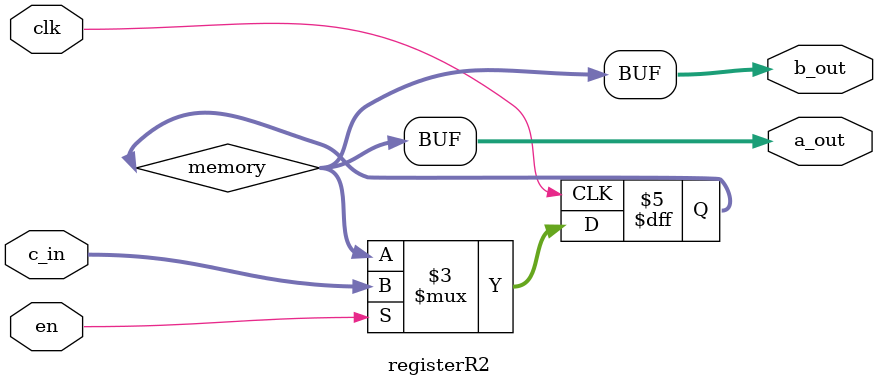
<source format=v>
module registerR2(clk,en,c_in,a_out,b_out);
	input clk, en;
	input [15:0] c_in;
	output [15:0] a_out, b_out;
	reg [15:0] memory;
	//reg [15:0] a_out, b_out;
	always@(posedge clk)
		begin
			if (en)
				//a_out <= c_in;
				//b_out <= c_in;
				memory =c_in;
		end

	assign a_out = memory;
	assign b_out = memory;
endmodule 
</source>
